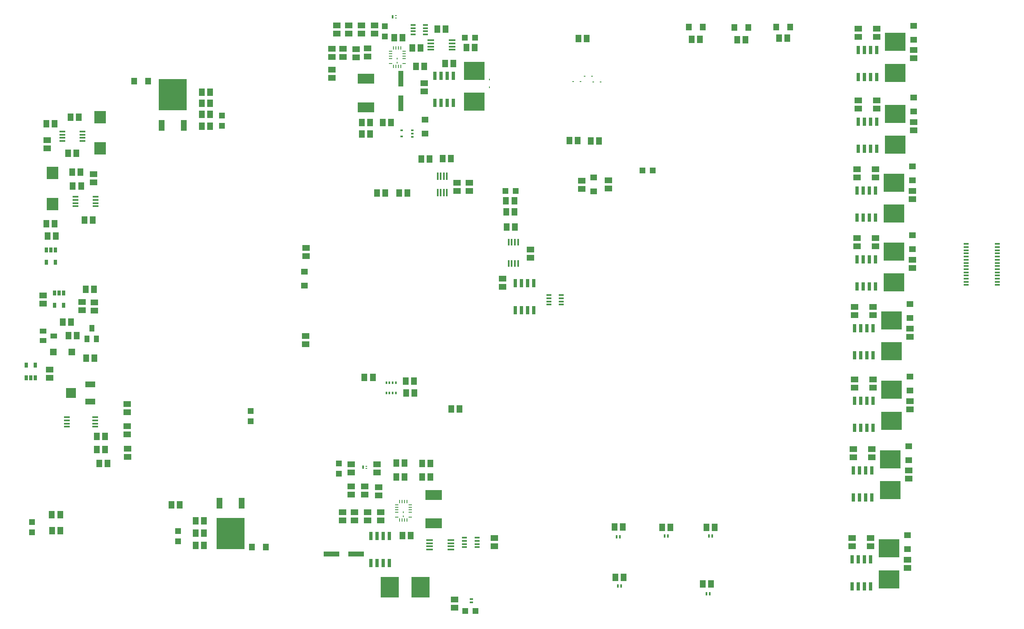
<source format=gtp>
G75*
%MOIN*%
%OFA0B0*%
%FSLAX25Y25*%
%IPPOS*%
%LPD*%
%AMOC8*
5,1,8,0,0,1.08239X$1,22.5*
%
%ADD10R,0.05906X0.05118*%
%ADD11R,0.05118X0.05906*%
%ADD12R,0.03937X0.12598*%
%ADD13R,0.12598X0.03937*%
%ADD14R,0.13780X0.07874*%
%ADD15R,0.04724X0.04724*%
%ADD16R,0.02756X0.00984*%
%ADD17R,0.00984X0.02756*%
%ADD18R,0.00866X0.01575*%
%ADD19R,0.00866X0.01402*%
%ADD20R,0.05512X0.05118*%
%ADD21R,0.02559X0.06890*%
%ADD22R,0.16700X0.15000*%
%ADD23R,0.15000X0.16700*%
%ADD24R,0.01181X0.06299*%
%ADD25R,0.05118X0.05512*%
%ADD26R,0.04331X0.01772*%
%ADD27R,0.05709X0.01772*%
%ADD28R,0.01772X0.05709*%
%ADD29R,0.02362X0.01181*%
%ADD30R,0.01417X0.00984*%
%ADD31R,0.00984X0.01417*%
%ADD32R,0.01575X0.02756*%
%ADD33R,0.02756X0.01575*%
%ADD34R,0.22835X0.25197*%
%ADD35R,0.04724X0.08661*%
%ADD36R,0.03937X0.01181*%
%ADD37R,0.01378X0.01969*%
%ADD38R,0.01575X0.00984*%
%ADD39R,0.03937X0.05512*%
%ADD40R,0.05512X0.03937*%
%ADD41R,0.05512X0.05512*%
%ADD42R,0.09449X0.10236*%
%ADD43R,0.02717X0.03898*%
%ADD44R,0.04724X0.01575*%
%ADD45R,0.04724X0.01378*%
%ADD46R,0.07874X0.05118*%
%ADD47R,0.07874X0.07874*%
D10*
X0278082Y0215228D03*
X0278082Y0221920D03*
X0277682Y0233428D03*
X0277682Y0240120D03*
X0277882Y0251528D03*
X0277882Y0258220D03*
X0214782Y0279428D03*
X0214782Y0286120D03*
X0209482Y0339828D03*
X0209482Y0346520D03*
X0240982Y0341120D03*
X0240982Y0334428D03*
X0251082Y0334028D03*
X0251082Y0340720D03*
X0250482Y0438528D03*
X0250482Y0445220D03*
X0212682Y0466228D03*
X0212682Y0472920D03*
X0423182Y0385020D03*
X0423182Y0378328D03*
X0422957Y0313591D03*
X0422957Y0306898D03*
X0582934Y0353485D03*
X0582934Y0360178D03*
X0605430Y0377170D03*
X0605430Y0383863D03*
X0647024Y0433080D03*
X0647024Y0439772D03*
X0668934Y0440178D03*
X0668934Y0433485D03*
X0555682Y0431328D03*
X0555682Y0438020D03*
X0545682Y0438020D03*
X0545682Y0431328D03*
X0519182Y0512328D03*
X0519182Y0519020D03*
X0473182Y0540828D03*
X0473182Y0547520D03*
X0463747Y0546835D03*
X0463747Y0540142D03*
X0453182Y0540328D03*
X0453182Y0547020D03*
X0444182Y0547020D03*
X0444182Y0540328D03*
X0444182Y0530020D03*
X0444182Y0523328D03*
X0448182Y0559328D03*
X0448182Y0566020D03*
X0457813Y0566020D03*
X0457813Y0559328D03*
X0468182Y0559328D03*
X0468182Y0566020D03*
X0478682Y0566020D03*
X0478682Y0559328D03*
X0871682Y0556828D03*
X0871682Y0563520D03*
X0886682Y0563520D03*
X0886682Y0556828D03*
X0916682Y0546020D03*
X0916682Y0539328D03*
X0886682Y0505020D03*
X0886682Y0498328D03*
X0871682Y0498328D03*
X0871682Y0505020D03*
X0916682Y0487520D03*
X0916682Y0480828D03*
X0885682Y0449020D03*
X0885682Y0442328D03*
X0870682Y0442328D03*
X0870682Y0449020D03*
X0915682Y0431520D03*
X0915682Y0424828D03*
X0885682Y0393020D03*
X0885682Y0386328D03*
X0870682Y0386328D03*
X0870682Y0393020D03*
X0915682Y0375520D03*
X0915682Y0368828D03*
X0883682Y0337020D03*
X0883682Y0330328D03*
X0868682Y0330328D03*
X0868682Y0337020D03*
X0913682Y0319520D03*
X0913682Y0312828D03*
X0883682Y0278020D03*
X0883682Y0271328D03*
X0868682Y0271328D03*
X0868682Y0278020D03*
X0913682Y0260520D03*
X0913682Y0253828D03*
X0882682Y0221520D03*
X0882682Y0214828D03*
X0867682Y0214828D03*
X0867682Y0221520D03*
X0912682Y0204020D03*
X0912682Y0197328D03*
X0881682Y0149020D03*
X0881682Y0142328D03*
X0866682Y0142328D03*
X0866682Y0149020D03*
X0911682Y0131520D03*
X0911682Y0124828D03*
X0575977Y0142394D03*
X0575977Y0149087D03*
X0543682Y0099020D03*
X0543682Y0092328D03*
X0483682Y0163465D03*
X0483682Y0170158D03*
X0473044Y0170292D03*
X0473044Y0163599D03*
X0462571Y0163599D03*
X0462571Y0170292D03*
X0452705Y0170292D03*
X0452705Y0163599D03*
X0482182Y0183828D03*
X0482182Y0190520D03*
X0470682Y0191020D03*
X0470682Y0184328D03*
X0459682Y0184328D03*
X0459682Y0191020D03*
X0459682Y0202328D03*
X0459682Y0209020D03*
X0480682Y0209020D03*
X0480682Y0202328D03*
D11*
X0496335Y0198674D03*
X0503028Y0198674D03*
X0503028Y0210174D03*
X0496335Y0210174D03*
X0517335Y0209674D03*
X0524028Y0209674D03*
X0524028Y0198674D03*
X0517335Y0198674D03*
X0508241Y0151068D03*
X0501548Y0151068D03*
X0340028Y0153174D03*
X0333335Y0153174D03*
X0333335Y0143174D03*
X0340028Y0143174D03*
X0340028Y0163174D03*
X0333335Y0163174D03*
X0320528Y0176174D03*
X0313835Y0176174D03*
X0261928Y0209674D03*
X0255235Y0209674D03*
X0253235Y0221174D03*
X0259928Y0221174D03*
X0259728Y0231874D03*
X0253035Y0231874D03*
X0251228Y0295474D03*
X0244535Y0295474D03*
X0236728Y0313774D03*
X0230035Y0313774D03*
X0232228Y0324874D03*
X0225535Y0324874D03*
X0244035Y0351374D03*
X0250728Y0351374D03*
X0219728Y0394674D03*
X0213035Y0394674D03*
X0212135Y0404674D03*
X0218828Y0404674D03*
X0243135Y0407874D03*
X0249828Y0407874D03*
X0240328Y0435374D03*
X0233635Y0435374D03*
X0233135Y0446874D03*
X0239828Y0446874D03*
X0236628Y0462174D03*
X0229935Y0462174D03*
X0218728Y0486074D03*
X0212035Y0486074D03*
X0231835Y0491474D03*
X0238528Y0491474D03*
X0338335Y0493674D03*
X0345028Y0493674D03*
X0345028Y0502674D03*
X0338335Y0502674D03*
X0338335Y0511674D03*
X0345028Y0511674D03*
X0345028Y0484174D03*
X0338335Y0484174D03*
X0468335Y0487174D03*
X0475028Y0487174D03*
X0475028Y0477674D03*
X0468335Y0477674D03*
X0485335Y0487174D03*
X0492028Y0487174D03*
X0516742Y0457501D03*
X0523435Y0457501D03*
X0534025Y0457732D03*
X0540718Y0457732D03*
X0505591Y0429945D03*
X0498898Y0429945D03*
X0487591Y0429945D03*
X0480898Y0429945D03*
X0585634Y0423501D03*
X0592327Y0423501D03*
X0592422Y0414312D03*
X0585729Y0414312D03*
X0586067Y0402154D03*
X0592760Y0402154D03*
X0637045Y0472354D03*
X0643738Y0472354D03*
X0654496Y0472172D03*
X0661189Y0472172D03*
X0542948Y0535043D03*
X0536255Y0535043D03*
X0519028Y0532674D03*
X0512335Y0532674D03*
X0509335Y0547674D03*
X0516028Y0547674D03*
X0501528Y0556174D03*
X0494835Y0556174D03*
X0529835Y0563174D03*
X0536528Y0563174D03*
X0553335Y0548174D03*
X0560028Y0548174D03*
X0644548Y0555312D03*
X0651241Y0555312D03*
X0736335Y0554674D03*
X0743028Y0554674D03*
X0773335Y0554374D03*
X0780028Y0554374D03*
X0807335Y0555674D03*
X0814028Y0555674D03*
X0477328Y0279774D03*
X0470635Y0279774D03*
X0504135Y0276874D03*
X0510828Y0276874D03*
X0511228Y0267174D03*
X0504535Y0267174D03*
X0541216Y0254216D03*
X0547909Y0254216D03*
X0673835Y0158174D03*
X0680528Y0158174D03*
X0712335Y0157674D03*
X0719028Y0157674D03*
X0748335Y0157674D03*
X0755028Y0157674D03*
X0681028Y0117174D03*
X0674335Y0117174D03*
X0745335Y0111674D03*
X0752028Y0111674D03*
X0223628Y0155174D03*
X0216935Y0155174D03*
X0216635Y0168274D03*
X0223328Y0168274D03*
D12*
X0500182Y0502635D03*
X0500182Y0522635D03*
D13*
X0463721Y0136174D03*
X0443721Y0136174D03*
D14*
X0526682Y0161060D03*
X0526682Y0184288D03*
X0471682Y0499560D03*
X0471682Y0522788D03*
D15*
X0200482Y0153740D03*
X0200482Y0162008D03*
X0319182Y0154808D03*
X0319182Y0146540D03*
X0449682Y0201540D03*
X0449682Y0209808D03*
X0378012Y0244288D03*
X0378012Y0252556D03*
X0552548Y0089674D03*
X0560816Y0089674D03*
X0585060Y0431509D03*
X0593327Y0431509D03*
X0696400Y0448131D03*
X0704667Y0448131D03*
X0560316Y0556174D03*
X0552048Y0556174D03*
X0487182Y0557040D03*
X0487182Y0565308D03*
X0354682Y0492808D03*
X0354682Y0484540D03*
D16*
X0491670Y0535253D03*
X0491670Y0539190D03*
X0491670Y0541158D03*
X0491670Y0543127D03*
X0491670Y0545095D03*
X0502693Y0545095D03*
X0502693Y0543127D03*
X0502693Y0541158D03*
X0502693Y0539190D03*
X0502693Y0535253D03*
X0507693Y0176095D03*
X0507693Y0174127D03*
X0507693Y0172158D03*
X0507693Y0170190D03*
X0507693Y0166253D03*
X0496670Y0166253D03*
X0496670Y0170190D03*
X0496670Y0172158D03*
X0496670Y0174127D03*
X0496670Y0176095D03*
D17*
X0499229Y0178654D03*
X0501197Y0178654D03*
X0503166Y0178654D03*
X0505134Y0178654D03*
X0505134Y0163694D03*
X0503166Y0163694D03*
X0501197Y0163694D03*
X0499229Y0163694D03*
X0500134Y0532694D03*
X0498166Y0532694D03*
X0496197Y0532694D03*
X0494229Y0532694D03*
X0494229Y0547654D03*
X0496197Y0547654D03*
X0498166Y0547654D03*
X0500134Y0547654D03*
D18*
X0497182Y0535942D03*
X0502182Y0166942D03*
D19*
X0502182Y0169973D03*
X0497182Y0538973D03*
D20*
X0519682Y0489383D03*
X0519682Y0477965D03*
X0656934Y0442540D03*
X0656934Y0431123D03*
X0421863Y0365824D03*
X0421863Y0354406D03*
X0913682Y0339383D03*
X0913682Y0327965D03*
X0913682Y0280383D03*
X0913682Y0268965D03*
X0912682Y0223883D03*
X0912682Y0212465D03*
X0911682Y0151383D03*
X0911682Y0139965D03*
X0915682Y0383965D03*
X0915682Y0395383D03*
X0915682Y0439965D03*
X0915682Y0451383D03*
X0916682Y0495965D03*
X0916682Y0507383D03*
X0916682Y0554465D03*
X0916682Y0565883D03*
D21*
X0886682Y0546198D03*
X0881682Y0546198D03*
X0876682Y0546198D03*
X0871682Y0546198D03*
X0871682Y0524150D03*
X0876682Y0524150D03*
X0881682Y0524150D03*
X0886682Y0524150D03*
X0886682Y0487698D03*
X0881682Y0487698D03*
X0876682Y0487698D03*
X0871682Y0487698D03*
X0871682Y0465650D03*
X0876682Y0465650D03*
X0881682Y0465650D03*
X0886682Y0465650D03*
X0885682Y0431698D03*
X0880682Y0431698D03*
X0875682Y0431698D03*
X0870682Y0431698D03*
X0870682Y0409650D03*
X0875682Y0409650D03*
X0880682Y0409650D03*
X0885682Y0409650D03*
X0885682Y0375698D03*
X0880682Y0375698D03*
X0875682Y0375698D03*
X0870682Y0375698D03*
X0870682Y0353650D03*
X0875682Y0353650D03*
X0880682Y0353650D03*
X0885682Y0353650D03*
X0883682Y0319698D03*
X0878682Y0319698D03*
X0873682Y0319698D03*
X0868682Y0319698D03*
X0868682Y0297650D03*
X0873682Y0297650D03*
X0878682Y0297650D03*
X0883682Y0297650D03*
X0883682Y0260698D03*
X0878682Y0260698D03*
X0873682Y0260698D03*
X0868682Y0260698D03*
X0868682Y0238650D03*
X0873682Y0238650D03*
X0878682Y0238650D03*
X0883682Y0238650D03*
X0882682Y0204198D03*
X0877682Y0204198D03*
X0872682Y0204198D03*
X0867682Y0204198D03*
X0867682Y0182150D03*
X0872682Y0182150D03*
X0877682Y0182150D03*
X0882682Y0182150D03*
X0881682Y0131698D03*
X0876682Y0131698D03*
X0871682Y0131698D03*
X0866682Y0131698D03*
X0866682Y0109650D03*
X0871682Y0109650D03*
X0876682Y0109650D03*
X0881682Y0109650D03*
X0490682Y0128650D03*
X0485682Y0128650D03*
X0480682Y0128650D03*
X0475682Y0128650D03*
X0475682Y0150698D03*
X0480682Y0150698D03*
X0485682Y0150698D03*
X0490682Y0150698D03*
X0593024Y0334402D03*
X0598024Y0334402D03*
X0603024Y0334402D03*
X0608024Y0334402D03*
X0608024Y0356450D03*
X0603024Y0356450D03*
X0598024Y0356450D03*
X0593024Y0356450D03*
X0542682Y0503150D03*
X0537682Y0503150D03*
X0532682Y0503150D03*
X0527682Y0503150D03*
X0527682Y0525198D03*
X0532682Y0525198D03*
X0537682Y0525198D03*
X0542682Y0525198D03*
D22*
X0559682Y0529224D03*
X0559682Y0504124D03*
X0901682Y0494224D03*
X0901682Y0469124D03*
X0900682Y0438224D03*
X0900682Y0413124D03*
X0900682Y0382224D03*
X0900682Y0357124D03*
X0898682Y0326224D03*
X0898682Y0301124D03*
X0898682Y0269724D03*
X0898682Y0244624D03*
X0897682Y0213224D03*
X0897682Y0188124D03*
X0896682Y0140724D03*
X0896682Y0115624D03*
X0901682Y0527624D03*
X0901682Y0552724D03*
D23*
X0516125Y0109217D03*
X0491025Y0109217D03*
D24*
X0530020Y0429981D03*
X0532520Y0429981D03*
X0535020Y0429981D03*
X0537520Y0429981D03*
X0537520Y0443367D03*
X0535020Y0443367D03*
X0532520Y0443367D03*
X0530020Y0443367D03*
D25*
X0733973Y0564674D03*
X0745390Y0564674D03*
X0770973Y0564374D03*
X0782390Y0564374D03*
X0804973Y0564674D03*
X0816390Y0564674D03*
X0294890Y0520674D03*
X0283473Y0520674D03*
X0378973Y0141674D03*
X0390390Y0141674D03*
D26*
X0551953Y0141717D03*
X0551953Y0144276D03*
X0551953Y0146835D03*
X0551953Y0149394D03*
X0562190Y0149394D03*
X0562190Y0146835D03*
X0562190Y0144276D03*
X0562190Y0141717D03*
X0620316Y0338993D03*
X0620316Y0341552D03*
X0620316Y0344111D03*
X0620316Y0346670D03*
X0630552Y0346670D03*
X0630552Y0344111D03*
X0630552Y0341552D03*
X0630552Y0338993D03*
X0520300Y0558835D03*
X0520300Y0561394D03*
X0520300Y0563954D03*
X0520300Y0566513D03*
X0510064Y0566513D03*
X0510064Y0563954D03*
X0510064Y0561394D03*
X0510064Y0558835D03*
D27*
X0524520Y0554013D03*
X0524520Y0551454D03*
X0524520Y0548894D03*
X0524520Y0546335D03*
X0541843Y0546335D03*
X0541843Y0548894D03*
X0541843Y0551454D03*
X0541843Y0554013D03*
X0540843Y0147513D03*
X0540843Y0144954D03*
X0540843Y0142394D03*
X0540843Y0139835D03*
X0523520Y0139835D03*
X0523520Y0142394D03*
X0523520Y0144954D03*
X0523520Y0147513D03*
D28*
X0587697Y0372560D03*
X0590256Y0372560D03*
X0592816Y0372560D03*
X0595375Y0372560D03*
X0595375Y0389883D03*
X0592816Y0389883D03*
X0590256Y0389883D03*
X0587697Y0389883D03*
D29*
X0509611Y0475615D03*
X0509611Y0478174D03*
X0509611Y0480733D03*
X0500753Y0480733D03*
X0500753Y0475733D03*
D30*
X0640115Y0520398D03*
X0646256Y0520398D03*
X0649335Y0524855D03*
X0655477Y0524855D03*
X0656445Y0520099D03*
X0662587Y0520099D03*
D31*
X0572201Y0522028D03*
X0572201Y0515887D03*
D32*
X0493304Y0573174D03*
X0469304Y0206674D03*
X0675304Y0150174D03*
X0678060Y0150174D03*
X0714304Y0150674D03*
X0717060Y0150674D03*
X0750304Y0150674D03*
X0753060Y0150674D03*
X0679060Y0110174D03*
X0676304Y0110174D03*
X0748304Y0103674D03*
X0751060Y0103674D03*
D33*
X0557569Y0099533D03*
X0557569Y0096777D03*
D34*
X0361682Y0152674D03*
X0314682Y0509674D03*
D35*
X0323658Y0484871D03*
X0305705Y0484871D03*
X0352705Y0177477D03*
X0370658Y0177477D03*
D36*
X0959583Y0355040D03*
X0959583Y0357599D03*
X0959583Y0360158D03*
X0959583Y0362717D03*
X0959583Y0365276D03*
X0959583Y0367835D03*
X0959583Y0370394D03*
X0959583Y0372954D03*
X0959583Y0375513D03*
X0959583Y0378072D03*
X0959583Y0380631D03*
X0959583Y0383190D03*
X0959583Y0385749D03*
X0959583Y0388308D03*
X0984780Y0388308D03*
X0984780Y0385749D03*
X0984780Y0383190D03*
X0984780Y0380631D03*
X0984780Y0378072D03*
X0984780Y0375513D03*
X0984780Y0372954D03*
X0984780Y0370394D03*
X0984780Y0367835D03*
X0984780Y0365276D03*
X0984780Y0362717D03*
X0984780Y0360158D03*
X0984780Y0357599D03*
X0984780Y0355040D03*
D37*
X0496020Y0275309D03*
X0493461Y0275309D03*
X0490902Y0275309D03*
X0488343Y0275309D03*
X0488343Y0267239D03*
X0490902Y0267239D03*
X0493461Y0267239D03*
X0496020Y0267239D03*
D38*
X0472060Y0207560D03*
X0472060Y0205788D03*
X0496060Y0572288D03*
X0496060Y0574060D03*
D39*
X0248982Y0319805D03*
X0252722Y0311143D03*
X0245241Y0311143D03*
D40*
X0218112Y0313574D03*
X0209451Y0309834D03*
X0209451Y0317314D03*
D41*
X0217701Y0300374D03*
X0232662Y0300374D03*
D42*
X0216982Y0420776D03*
X0216982Y0445972D03*
X0255682Y0466276D03*
X0255682Y0491472D03*
D43*
X0219522Y0383553D03*
X0215782Y0383553D03*
X0212041Y0383553D03*
X0212041Y0373356D03*
X0219522Y0373356D03*
X0218641Y0348553D03*
X0222382Y0348553D03*
X0226122Y0348553D03*
X0226122Y0338356D03*
X0218641Y0338356D03*
X0203122Y0289792D03*
X0195641Y0289792D03*
X0195641Y0279595D03*
X0199382Y0279595D03*
X0203122Y0279595D03*
D44*
X0235911Y0419035D03*
X0235911Y0421594D03*
X0235911Y0424154D03*
X0235911Y0426713D03*
X0252053Y0426713D03*
X0252053Y0424154D03*
X0252053Y0421594D03*
X0252053Y0419035D03*
X0241353Y0472135D03*
X0241353Y0474694D03*
X0241353Y0477254D03*
X0241353Y0479813D03*
X0225211Y0479813D03*
X0225211Y0477254D03*
X0225211Y0474694D03*
X0225211Y0472135D03*
D45*
X0228666Y0247313D03*
X0228666Y0244754D03*
X0228666Y0242194D03*
X0228666Y0239635D03*
X0251697Y0239635D03*
X0251697Y0242194D03*
X0251697Y0244754D03*
X0251697Y0247313D03*
D46*
X0247856Y0259987D03*
X0247856Y0274161D03*
D47*
X0232108Y0267074D03*
M02*

</source>
